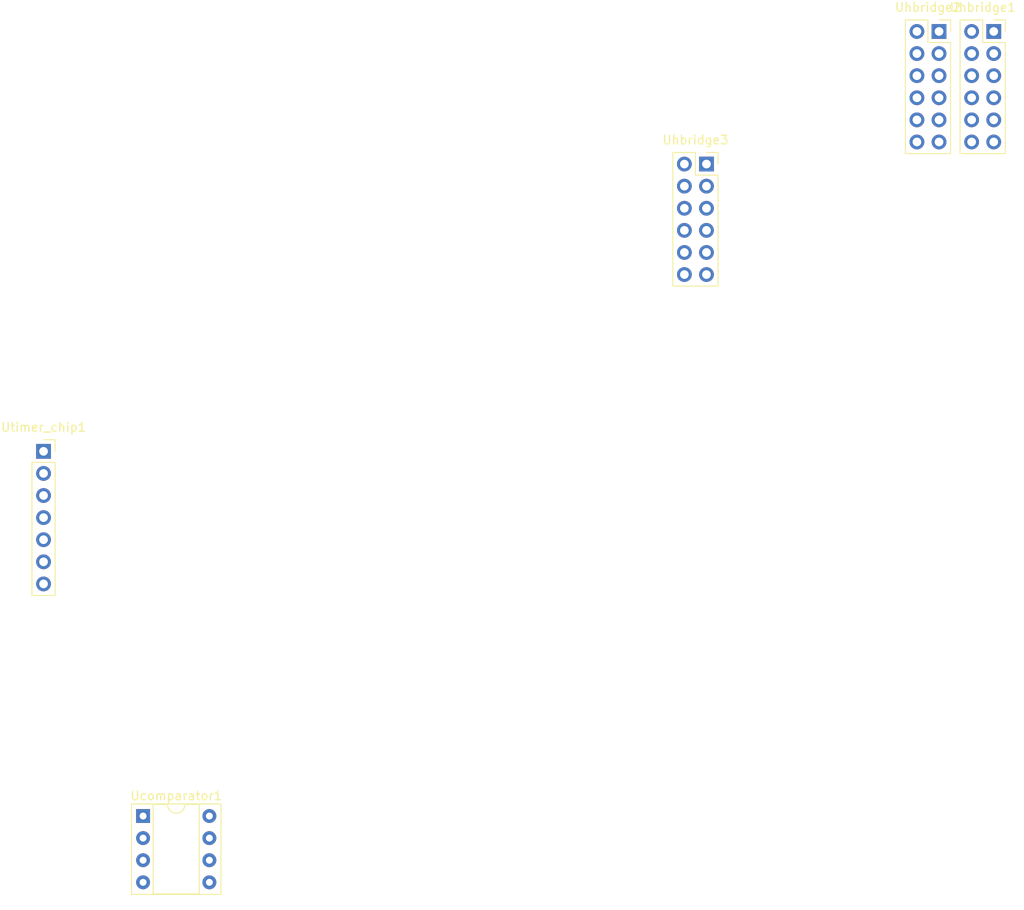
<source format=kicad_pcb>
(kicad_pcb (version 20211014) (generator pcbnew)
  (layers (0 "F.Cu" signal) (31 "B.Cu" signal) (34 "B.Paste" user) (35 "F.Paste" user) (36 "B.SilkS" user "B.Silkscreen") (37 "F.SilkS" user "F.Silkscreen") (38 "B.Mask" user) (39 "F.Mask" user) (44 "Edge.Cuts" user))
  (net 0 "")
  (net 49 "Net-(Utimer_chip1-Pad10)")
  (footprint "Connector_PinSocket_2.54mm:PinSocket_1x07_P2.54mm_Vertical" (layer "F.Cu") (at 96.52 104.14)
    (fp_text reference "Utimer_chip1" (at 0 -2.77) (layer "F.SilkS"))
    (fp_text value "DS3231M")
    (fp_line (start -1.33 16.57) (end 1.33 16.57) (layer "F.SilkS") (width 0.12))
    (fp_line (start 0 -1.33) (end 1.33 -1.33) (layer "F.SilkS") (width 0.12))
    (fp_line (start -1.33 1.27) (end -1.33 16.57) (layer "F.SilkS") (width 0.12))
    (fp_line (start 1.33 1.27) (end 1.33 16.57) (layer "F.SilkS") (width 0.12))
    (fp_line (start -1.33 1.27) (end 1.33 1.27) (layer "F.SilkS") (width 0.12))
    (fp_line (start 1.33 -1.33) (end 1.33 0) (layer "F.SilkS") (width 0.12))
    (pad "1" thru_hole rect (at 0 0) (size 1.7 1.7) (drill 1) (layers *.Cu *.Mask))
    (pad "2" thru_hole oval (at 0 2.54) (size 1.7 1.7) (drill 1) (layers *.Cu *.Mask))
    (pad "3" thru_hole oval (at 0 5.08) (size 1.7 1.7) (drill 1) (layers *.Cu *.Mask))
    (pad "4" thru_hole oval (at 0 7.62) (size 1.7 1.7) (drill 1) (layers *.Cu *.Mask))
    (pad "5" thru_hole oval (at 0 10.16) (size 1.7 1.7) (drill 1) (layers *.Cu *.Mask) (net 49 "Net-(Utimer_chip1-Pad10)"))
    (pad "6" thru_hole oval (at 0 12.7) (size 1.7 1.7) (drill 1) (layers *.Cu *.Mask) (net 49 "Net-(Utimer_chip1-Pad10)"))
    (pad "7" thru_hole oval (at 0 15.24) (size 1.7 1.7) (drill 1) (layers *.Cu *.Mask) (net 49 "Net-(Utimer_chip1-Pad10)"))
  )
  (footprint "Connector_PinSocket_2.54mm:PinSocket_2x06_P2.54mm_Vertical" (layer "F.Cu") (at 205.74 55.88)
    (fp_text reference "Uhbridge1" (at -1.27 -2.77) (layer "F.SilkS"))
    (fp_text value "DRV8801RTY")
    (fp_line (start 0 -1.33) (end 1.33 -1.33) (layer "F.SilkS") (width 0.12))
    (fp_line (start -3.87 -1.33) (end -1.27 -1.33) (layer "F.SilkS") (width 0.12))
    (fp_line (start 1.33 -1.33) (end 1.33 0) (layer "F.SilkS") (width 0.12))
    (fp_line (start -1.27 -1.33) (end -1.27 1.27) (layer "F.SilkS") (width 0.12))
    (fp_line (start 1.33 1.27) (end 1.33 14.03) (layer "F.SilkS") (width 0.12))
    (fp_line (start -3.87 14.03) (end 1.33 14.03) (layer "F.SilkS") (width 0.12))
    (fp_line (start -1.27 1.27) (end 1.33 1.27) (layer "F.SilkS") (width 0.12))
    (fp_line (start -3.87 -1.33) (end -3.87 14.03) (layer "F.SilkS") (width 0.12))
    (pad "1" thru_hole rect (at 0 0) (size 1.7 1.7) (drill 1) (layers *.Cu *.Mask))
    (pad "2" thru_hole oval (at -2.54 0) (size 1.7 1.7) (drill 1) (layers *.Cu *.Mask))
    (pad "3" thru_hole oval (at 0 2.54) (size 1.7 1.7) (drill 1) (layers *.Cu *.Mask))
    (pad "4" thru_hole oval (at -2.54 2.54) (size 1.7 1.7) (drill 1) (layers *.Cu *.Mask))
    (pad "5" thru_hole oval (at 0 5.08) (size 1.7 1.7) (drill 1) (layers *.Cu *.Mask))
    (pad "6" thru_hole oval (at -2.54 5.08) (size 1.7 1.7) (drill 1) (layers *.Cu *.Mask))
    (pad "7" thru_hole oval (at 0 7.62) (size 1.7 1.7) (drill 1) (layers *.Cu *.Mask))
    (pad "8" thru_hole oval (at -2.54 7.62) (size 1.7 1.7) (drill 1) (layers *.Cu *.Mask))
    (pad "9" thru_hole oval (at 0 10.16) (size 1.7 1.7) (drill 1) (layers *.Cu *.Mask))
    (pad "10" thru_hole oval (at -2.54 10.16) (size 1.7 1.7) (drill 1) (layers *.Cu *.Mask))
    (pad "11" thru_hole oval (at 0 12.7) (size 1.7 1.7) (drill 1) (layers *.Cu *.Mask))
    (pad "12" thru_hole oval (at -2.54 12.7) (size 1.7 1.7) (drill 1) (layers *.Cu *.Mask))
  )
  (footprint "Connector_PinSocket_2.54mm:PinSocket_2x06_P2.54mm_Vertical" (layer "F.Cu") (at 199.45 55.88)
    (fp_text reference "Uhbridge2" (at -1.27 -2.77) (layer "F.SilkS"))
    (fp_text value "DRV8801RTY")
    (fp_line (start 0 -1.33) (end 1.33 -1.33) (layer "F.SilkS") (width 0.12))
    (fp_line (start -3.87 -1.33) (end -1.27 -1.33) (layer "F.SilkS") (width 0.12))
    (fp_line (start -3.87 -1.33) (end -3.87 14.03) (layer "F.SilkS") (width 0.12))
    (fp_line (start -3.87 14.03) (end 1.33 14.03) (layer "F.SilkS") (width 0.12))
    (fp_line (start -1.27 -1.33) (end -1.27 1.27) (layer "F.SilkS") (width 0.12))
    (fp_line (start 1.33 1.27) (end 1.33 14.03) (layer "F.SilkS") (width 0.12))
    (fp_line (start 1.33 -1.33) (end 1.33 0) (layer "F.SilkS") (width 0.12))
    (fp_line (start -1.27 1.27) (end 1.33 1.27) (layer "F.SilkS") (width 0.12))
    (pad "1" thru_hole rect (at 0 0) (size 1.7 1.7) (drill 1) (layers *.Cu *.Mask))
    (pad "2" thru_hole oval (at -2.54 0) (size 1.7 1.7) (drill 1) (layers *.Cu *.Mask))
    (pad "3" thru_hole oval (at 0 2.54) (size 1.7 1.7) (drill 1) (layers *.Cu *.Mask))
    (pad "4" thru_hole oval (at -2.54 2.54) (size 1.7 1.7) (drill 1) (layers *.Cu *.Mask))
    (pad "5" thru_hole oval (at 0 5.08) (size 1.7 1.7) (drill 1) (layers *.Cu *.Mask))
    (pad "6" thru_hole oval (at -2.54 5.08) (size 1.7 1.7) (drill 1) (layers *.Cu *.Mask))
    (pad "7" thru_hole oval (at 0 7.62) (size 1.7 1.7) (drill 1) (layers *.Cu *.Mask))
    (pad "8" thru_hole oval (at -2.54 7.62) (size 1.7 1.7) (drill 1) (layers *.Cu *.Mask))
    (pad "9" thru_hole oval (at 0 10.16) (size 1.7 1.7) (drill 1) (layers *.Cu *.Mask))
    (pad "10" thru_hole oval (at -2.54 10.16) (size 1.7 1.7) (drill 1) (layers *.Cu *.Mask))
    (pad "11" thru_hole oval (at 0 12.7) (size 1.7 1.7) (drill 1) (layers *.Cu *.Mask))
    (pad "12" thru_hole oval (at -2.54 12.7) (size 1.7 1.7) (drill 1) (layers *.Cu *.Mask))
  )
  (footprint "Connector_PinSocket_2.54mm:PinSocket_2x06_P2.54mm_Vertical" (layer "F.Cu") (at 172.72 71.12)
    (fp_text reference "Uhbridge3" (at -1.27 -2.77) (layer "F.SilkS"))
    (fp_text value "DRV8801RTY")
    (fp_line (start 1.33 -1.33) (end 1.33 0) (layer "F.SilkS") (width 0.12))
    (fp_line (start -3.87 -1.33) (end -1.27 -1.33) (layer "F.SilkS") (width 0.12))
    (fp_line (start 1.33 1.27) (end 1.33 14.03) (layer "F.SilkS") (width 0.12))
    (fp_line (start 0 -1.33) (end 1.33 -1.33) (layer "F.SilkS") (width 0.12))
    (fp_line (start -3.87 -1.33) (end -3.87 14.03) (layer "F.SilkS") (width 0.12))
    (fp_line (start -1.27 -1.33) (end -1.27 1.27) (layer "F.SilkS") (width 0.12))
    (fp_line (start -3.87 14.03) (end 1.33 14.03) (layer "F.SilkS") (width 0.12))
    (fp_line (start -1.27 1.27) (end 1.33 1.27) (layer "F.SilkS") (width 0.12))
    (pad "1" thru_hole rect (at 0 0) (size 1.7 1.7) (drill 1) (layers *.Cu *.Mask))
    (pad "2" thru_hole oval (at -2.54 0) (size 1.7 1.7) (drill 1) (layers *.Cu *.Mask))
    (pad "3" thru_hole oval (at 0 2.54) (size 1.7 1.7) (drill 1) (layers *.Cu *.Mask))
    (pad "4" thru_hole oval (at -2.54 2.54) (size 1.7 1.7) (drill 1) (layers *.Cu *.Mask))
    (pad "5" thru_hole oval (at 0 5.08) (size 1.7 1.7) (drill 1) (layers *.Cu *.Mask))
    (pad "6" thru_hole oval (at -2.54 5.08) (size 1.7 1.7) (drill 1) (layers *.Cu *.Mask))
    (pad "7" thru_hole oval (at 0 7.62) (size 1.7 1.7) (drill 1) (layers *.Cu *.Mask))
    (pad "8" thru_hole oval (at -2.54 7.62) (size 1.7 1.7) (drill 1) (layers *.Cu *.Mask))
    (pad "9" thru_hole oval (at 0 10.16) (size 1.7 1.7) (drill 1) (layers *.Cu *.Mask))
    (pad "10" thru_hole oval (at -2.54 10.16) (size 1.7 1.7) (drill 1) (layers *.Cu *.Mask))
    (pad "11" thru_hole oval (at 0 12.7) (size 1.7 1.7) (drill 1) (layers *.Cu *.Mask))
    (pad "12" thru_hole oval (at -2.54 12.7) (size 1.7 1.7) (drill 1) (layers *.Cu *.Mask))
  )
  (footprint "Package_DIP:DIP-8_W7.62mm_Socket" (layer "F.Cu") (at 107.96 146.06)
    (fp_text reference "Ucomparator1" (at 3.81 -2.33) (layer "F.SilkS"))
    (fp_text value "MAX941xPA")
    (fp_line (start 6.46 -1.33) (end 4.81 -1.33) (layer "F.SilkS") (width 0.12))
    (fp_line (start 8.95 -1.39) (end -1.33 -1.39) (layer "F.SilkS") (width 0.12))
    (fp_line (start 1.16 -1.33) (end 1.16 8.95) (layer "F.SilkS") (width 0.12))
    (fp_line (start -1.33 9.01) (end 8.95 9.01) (layer "F.SilkS") (width 0.12))
    (fp_line (start 1.16 8.95) (end 6.46 8.95) (layer "F.SilkS") (width 0.12))
    (fp_line (start -1.33 -1.39) (end -1.33 9.01) (layer "F.SilkS") (width 0.12))
    (fp_line (start 8.95 9.01) (end 8.95 -1.39) (layer "F.SilkS") (width 0.12))
    (fp_line (start 2.81 -1.33) (end 1.16 -1.33) (layer "F.SilkS") (width 0.12))
    (fp_line (start 6.46 8.95) (end 6.46 -1.33) (layer "F.SilkS") (width 0.12))
    (fp_arc (start 4.81 -1.33) (mid 3.81 -0.33) (end 2.81 -1.33) (layer "F.SilkS") (width 0.12))
    (pad "1" thru_hole rect (at 0 0) (size 1.6 1.6) (drill 0.8) (layers *.Cu *.Mask))
    (pad "2" thru_hole oval (at 0 2.54) (size 1.6 1.6) (drill 0.8) (layers *.Cu *.Mask))
    (pad "3" thru_hole oval (at 0 5.08) (size 1.6 1.6) (drill 0.8) (layers *.Cu *.Mask))
    (pad "4" thru_hole oval (at 0 7.62) (size 1.6 1.6) (drill 0.8) (layers *.Cu *.Mask))
    (pad "5" thru_hole oval (at 7.62 7.62) (size 1.6 1.6) (drill 0.8) (layers *.Cu *.Mask))
    (pad "6" thru_hole oval (at 7.62 5.08) (size 1.6 1.6) (drill 0.8) (layers *.Cu *.Mask))
    (pad "7" thru_hole oval (at 7.62 2.54) (size 1.6 1.6) (drill 0.8) (layers *.Cu *.Mask))
    (pad "8" thru_hole oval (at 7.62 0) (size 1.6 1.6) (drill 0.8) (layers *.Cu *.Mask))
  )
)
</source>
